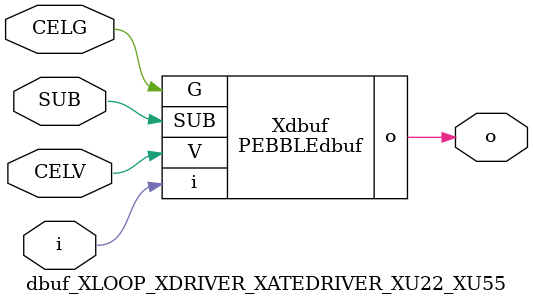
<source format=v>



module PEBBLEdbuf ( o, G, SUB, V, i );

  input V;
  input i;
  input G;
  output o;
  input SUB;
endmodule

//Celera Confidential Do Not Copy dbuf_XLOOP_XDRIVER_XATEDRIVER_XU22_XU55
//Celera Confidential Symbol Generator
//Digital Buffer
module dbuf_XLOOP_XDRIVER_XATEDRIVER_XU22_XU55 (CELV,CELG,i,o,SUB);
input CELV;
input CELG;
input i;
input SUB;
output o;

//Celera Confidential Do Not Copy dbuf
PEBBLEdbuf Xdbuf(
.V (CELV),
.i (i),
.o (o),
.SUB (SUB),
.G (CELG)
);
//,diesize,PEBBLEdbuf

//Celera Confidential Do Not Copy Module End
//Celera Schematic Generator
endmodule

</source>
